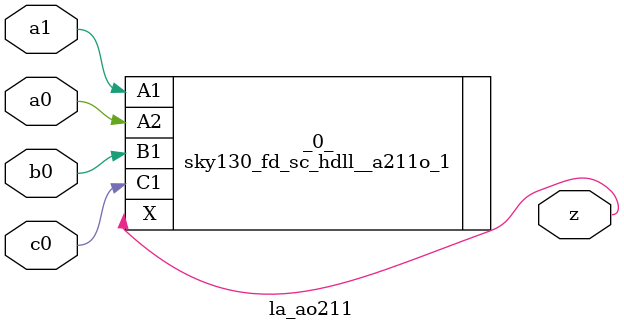
<source format=v>

/* Generated by Yosys 0.37 (git sha1 a5c7f69ed, clang 14.0.0-1ubuntu1.1 -fPIC -Os) */

module la_ao211(a0, a1, b0, c0, z);
  input a0;
  wire a0;
  input a1;
  wire a1;
  input b0;
  wire b0;
  input c0;
  wire c0;
  output z;
  wire z;
  sky130_fd_sc_hdll__a211o_1 _0_ (
    .A1(a1),
    .A2(a0),
    .B1(b0),
    .C1(c0),
    .X(z)
  );
endmodule

</source>
